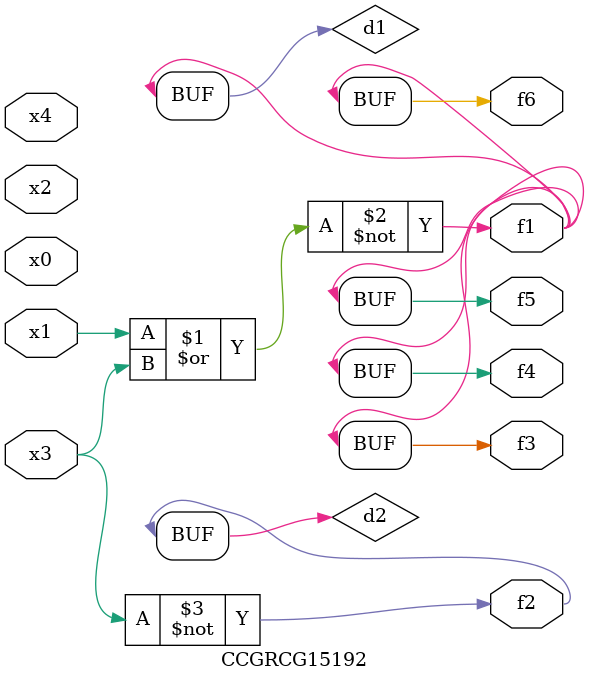
<source format=v>
module CCGRCG15192(
	input x0, x1, x2, x3, x4,
	output f1, f2, f3, f4, f5, f6
);

	wire d1, d2;

	nor (d1, x1, x3);
	not (d2, x3);
	assign f1 = d1;
	assign f2 = d2;
	assign f3 = d1;
	assign f4 = d1;
	assign f5 = d1;
	assign f6 = d1;
endmodule

</source>
